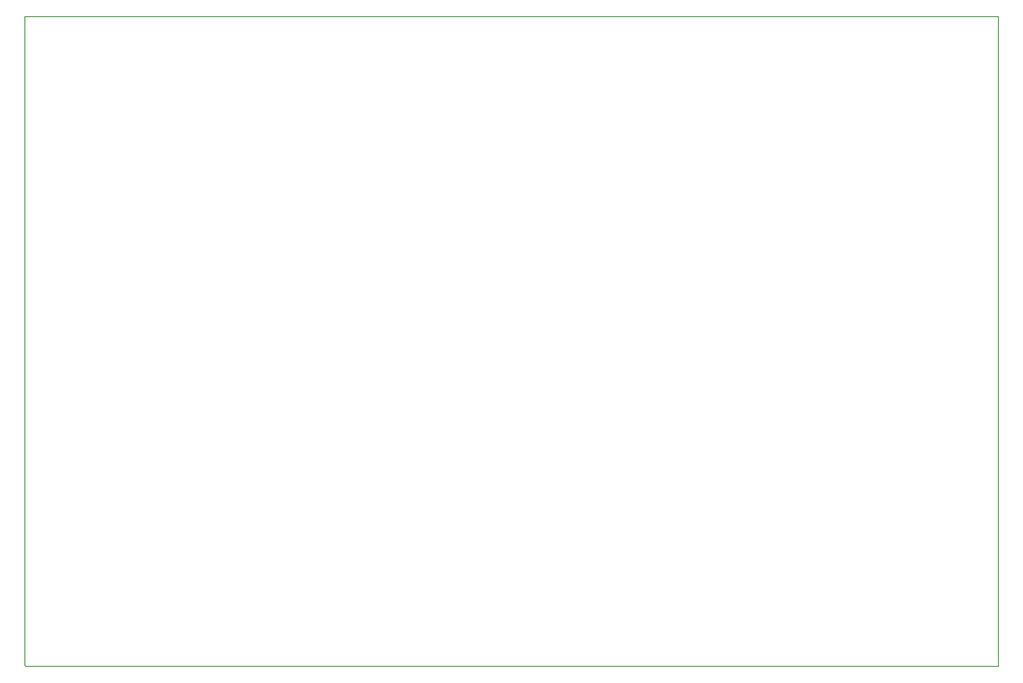
<source format=gm1>
G04 Layer_Color=16711935*
%FSLAX42Y42*%
%MOMM*%
G71*
G01*
G75*
%ADD10C,0.25*%
D10*
X1200Y9310D02*
X1230Y9280D01*
X1200Y9310D02*
Y27320D01*
X28220D01*
X28223Y27317D01*
Y9280D02*
Y27317D01*
X1230Y9280D02*
X28223D01*
M02*

</source>
